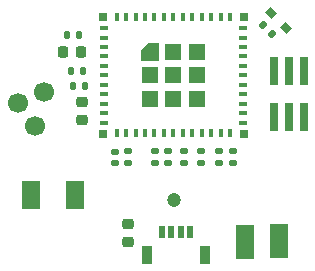
<source format=gbr>
%TF.GenerationSoftware,KiCad,Pcbnew,8.0.3*%
%TF.CreationDate,2025-07-02T10:16:16+03:00*%
%TF.ProjectId,LeafSensorPico,4c656166-5365-46e7-936f-725069636f2e,rev?*%
%TF.SameCoordinates,Original*%
%TF.FileFunction,Soldermask,Top*%
%TF.FilePolarity,Negative*%
%FSLAX46Y46*%
G04 Gerber Fmt 4.6, Leading zero omitted, Abs format (unit mm)*
G04 Created by KiCad (PCBNEW 8.0.3) date 2025-07-02 10:16:16*
%MOMM*%
%LPD*%
G01*
G04 APERTURE LIST*
G04 Aperture macros list*
%AMRoundRect*
0 Rectangle with rounded corners*
0 $1 Rounding radius*
0 $2 $3 $4 $5 $6 $7 $8 $9 X,Y pos of 4 corners*
0 Add a 4 corners polygon primitive as box body*
4,1,4,$2,$3,$4,$5,$6,$7,$8,$9,$2,$3,0*
0 Add four circle primitives for the rounded corners*
1,1,$1+$1,$2,$3*
1,1,$1+$1,$4,$5*
1,1,$1+$1,$6,$7*
1,1,$1+$1,$8,$9*
0 Add four rect primitives between the rounded corners*
20,1,$1+$1,$2,$3,$4,$5,0*
20,1,$1+$1,$4,$5,$6,$7,0*
20,1,$1+$1,$6,$7,$8,$9,0*
20,1,$1+$1,$8,$9,$2,$3,0*%
%AMRotRect*
0 Rectangle, with rotation*
0 The origin of the aperture is its center*
0 $1 length*
0 $2 width*
0 $3 Rotation angle, in degrees counterclockwise*
0 Add horizontal line*
21,1,$1,$2,0,0,$3*%
%AMFreePoly0*
4,1,6,0.725000,-0.725000,-0.725000,-0.725000,-0.725000,0.125000,-0.125000,0.725000,0.725000,0.725000,0.725000,-0.725000,0.725000,-0.725000,$1*%
G04 Aperture macros list end*
%ADD10R,1.500000X3.000000*%
%ADD11RoundRect,0.135000X-0.135000X-0.185000X0.135000X-0.185000X0.135000X0.185000X-0.135000X0.185000X0*%
%ADD12C,1.700000*%
%ADD13RoundRect,0.135000X0.185000X-0.135000X0.185000X0.135000X-0.185000X0.135000X-0.185000X-0.135000X0*%
%ADD14RoundRect,0.225000X0.225000X0.250000X-0.225000X0.250000X-0.225000X-0.250000X0.225000X-0.250000X0*%
%ADD15RoundRect,0.225000X-0.250000X0.225000X-0.250000X-0.225000X0.250000X-0.225000X0.250000X0.225000X0*%
%ADD16RoundRect,0.140000X-0.170000X0.140000X-0.170000X-0.140000X0.170000X-0.140000X0.170000X0.140000X0*%
%ADD17RoundRect,0.140000X0.140000X0.170000X-0.140000X0.170000X-0.140000X-0.170000X0.140000X-0.170000X0*%
%ADD18RoundRect,0.135000X-0.226274X-0.035355X-0.035355X-0.226274X0.226274X0.035355X0.035355X0.226274X0*%
%ADD19R,0.500000X1.000000*%
%ADD20R,0.900000X1.600000*%
%ADD21R,1.510000X2.380000*%
%ADD22RotRect,0.800000X0.700000X315.000000*%
%ADD23R,0.800000X0.400000*%
%ADD24R,0.400000X0.800000*%
%ADD25FreePoly0,0.000000*%
%ADD26R,1.450000X1.450000*%
%ADD27R,0.700000X0.700000*%
%ADD28R,0.740000X2.400000*%
%ADD29C,1.200000*%
G04 APERTURE END LIST*
D10*
%TO.C,P2*%
X153314400Y-98729800D03*
%TD*%
%TO.C,P1*%
X150465600Y-98790600D03*
%TD*%
D11*
%TO.C,R7*%
X135708200Y-84328000D03*
X136728200Y-84328000D03*
%TD*%
D12*
%TO.C,SW1*%
X132620106Y-88977989D03*
X133396563Y-86080212D03*
X131173076Y-87037345D03*
%TD*%
D13*
%TO.C,R4*%
X145262600Y-92102400D03*
X145262600Y-91082400D03*
%TD*%
%TO.C,R6*%
X148234400Y-92127800D03*
X148234400Y-91107800D03*
%TD*%
%TO.C,R8*%
X149428200Y-92102400D03*
X149428200Y-91082400D03*
%TD*%
D14*
%TO.C,C5*%
X136550400Y-82753200D03*
X135000400Y-82753200D03*
%TD*%
D15*
%TO.C,C8*%
X140563600Y-98832000D03*
X140563600Y-97282000D03*
%TD*%
D16*
%TO.C,C1*%
X139395200Y-91165800D03*
X139395200Y-92125800D03*
%TD*%
D17*
%TO.C,C4*%
X136344600Y-81330800D03*
X135384600Y-81330800D03*
%TD*%
D13*
%TO.C,R5*%
X146710400Y-92127800D03*
X146710400Y-91107800D03*
%TD*%
D18*
%TO.C,R9*%
X151958152Y-80457152D03*
X152679400Y-81178400D03*
%TD*%
D19*
%TO.C,CN3*%
X143397200Y-98006500D03*
X144197200Y-98006500D03*
X144997200Y-98006500D03*
X145797200Y-98006500D03*
D20*
X147047200Y-99926500D03*
X142147200Y-99926500D03*
%TD*%
D15*
%TO.C,C3*%
X136652000Y-86931200D03*
X136652000Y-88481200D03*
%TD*%
D11*
%TO.C,R2*%
X135839200Y-85623400D03*
X136859200Y-85623400D03*
%TD*%
D13*
%TO.C,R11*%
X142773400Y-92129800D03*
X142773400Y-91109800D03*
%TD*%
%TO.C,R3*%
X143891000Y-92127800D03*
X143891000Y-91107800D03*
%TD*%
D16*
%TO.C,C2*%
X140563600Y-91140400D03*
X140563600Y-92100400D03*
%TD*%
D21*
%TO.C,C9*%
X136048200Y-94869000D03*
X132328200Y-94869000D03*
%TD*%
D22*
%TO.C,LED1*%
X152600408Y-79397608D03*
X153873200Y-80670400D03*
%TD*%
D23*
%TO.C,U3*%
X138467200Y-80706000D03*
X138467200Y-81506000D03*
X138467200Y-82306000D03*
X138467200Y-83106000D03*
X138467200Y-83906000D03*
X138467200Y-84706000D03*
X138467200Y-85506000D03*
X138467200Y-86306000D03*
X138467200Y-87106000D03*
X138467200Y-87906000D03*
X138467200Y-88706000D03*
D24*
X139567200Y-89606000D03*
X140367200Y-89606000D03*
X141167200Y-89606000D03*
X141967200Y-89606000D03*
X142767200Y-89606000D03*
X143567200Y-89606000D03*
X144367200Y-89606000D03*
X145167200Y-89606000D03*
X145967200Y-89606000D03*
X146767200Y-89606000D03*
X147567200Y-89606000D03*
X148367200Y-89606000D03*
X149167200Y-89606000D03*
D23*
X150267200Y-88706000D03*
X150267200Y-87906000D03*
X150267200Y-87106000D03*
X150267200Y-86306000D03*
X150267200Y-85506000D03*
X150267200Y-84706000D03*
X150267200Y-83906000D03*
X150267200Y-83106000D03*
X150267200Y-82306000D03*
X150267200Y-81506000D03*
X150267200Y-80706000D03*
D24*
X149167200Y-79806000D03*
X148367200Y-79806000D03*
X147567200Y-79806000D03*
X146767200Y-79806000D03*
X145967200Y-79806000D03*
X145167200Y-79806000D03*
X144367200Y-79806000D03*
X143567200Y-79806000D03*
X142767200Y-79806000D03*
X141967200Y-79806000D03*
X141167200Y-79806000D03*
X140367200Y-79806000D03*
X139567200Y-79806000D03*
D25*
X142392200Y-82731000D03*
D26*
X142392200Y-84706000D03*
X142392200Y-86681000D03*
X144367200Y-82731000D03*
X144367200Y-84706000D03*
X144367200Y-86681000D03*
X146342200Y-82731000D03*
X146342200Y-84706000D03*
X146342200Y-86681000D03*
D27*
X150317200Y-79756000D03*
X150317200Y-89656000D03*
X138417200Y-89656000D03*
X138417200Y-79756000D03*
%TD*%
D28*
%TO.C,J1*%
X155397200Y-84353400D03*
X155397200Y-88253400D03*
X154127200Y-84353400D03*
X154127200Y-88253400D03*
X152857200Y-84353400D03*
X152857200Y-88253400D03*
%TD*%
D29*
%TO.C,CN1*%
X144406616Y-95238003D03*
%TD*%
M02*

</source>
